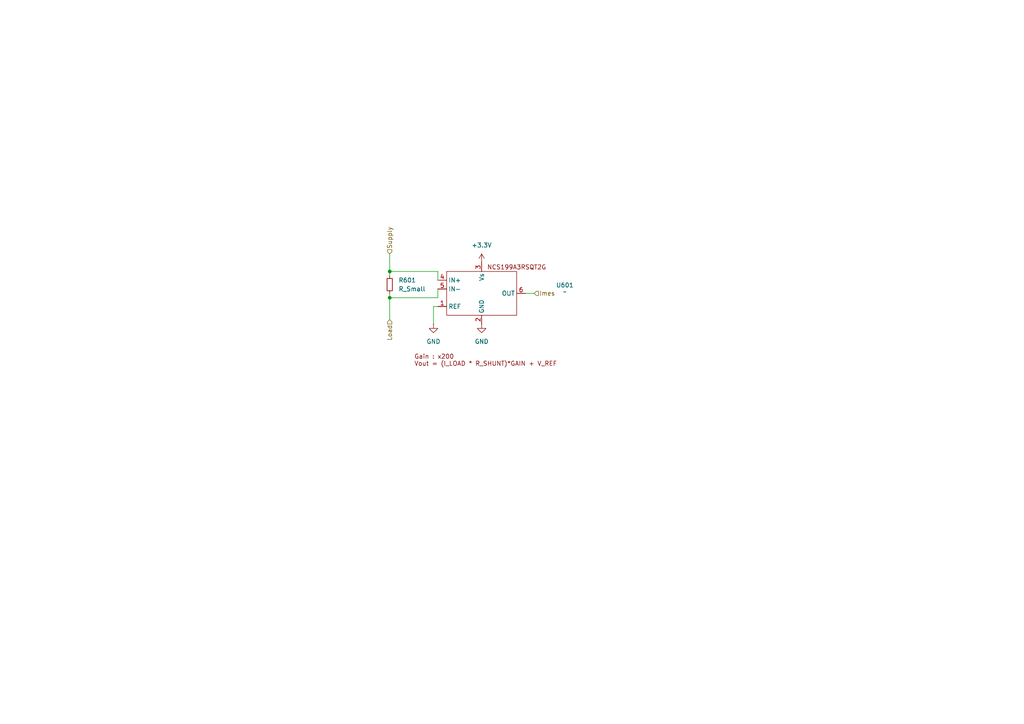
<source format=kicad_sch>
(kicad_sch (version 20231120) (generator "eeschema") (generator_version "8.0")
  (paper "A4")
  (lib_symbols
    (symbol "Device:R_Small" (pin_numbers hide) (pin_names (offset 0.254) hide)
      (property "Reference" "R" (at 0.762 0.508 0))
      (property "Value" "R_Small" (at 0.762 -1.016 0))
      (symbol "R_Small_0_1"
        (rectangle (start -0.762 1.778) (end 0.762 -1.778) (stroke (width 0.2032)))
      )
      (symbol "R_Small_1_1"
        (pin passive line (at 0 2.54 270) (length 0.762) (name "~") (number "1"))
        (pin passive line (at 0 -2.54 90) (length 0.762) (name "~") (number "2"))
      )
    )
    (symbol "NCS199A3RSQT2G:NCS199A3RSQT2G"
      (property "Reference" "U" (at -9.652 7.62 0))
      (symbol "NCS199A3RSQT2G_1_1"
        (rectangle (start -10.16 6.35) (end 10.16 -6.35))
        (text "Gain : x200\nVout = (I_LOAD * R_SHUNT)*GAIN + V_REF" (at -19.558 -19.304 0) (effects (font (size 1.27 1.27)) (justify left)))
        (text "NCS199A3RSQT2G" (at 10.16 7.62 0) (effects (font (size 1.27 1.27))))
        (pin input line (at -12.7 -3.81 0) (length 2.54) (name "REF") (number "1"))
        (pin power_in line (at 0 -8.89 90) (length 2.54) (name "GND") (number "2"))
        (pin power_in line (at 0 8.89 270) (length 2.54) (name "Vs") (number "3"))
        (pin input line (at -12.7 3.81 0) (length 2.54) (name "IN+") (number "4"))
        (pin input line (at -12.7 1.27 0) (length 2.54) (name "IN-") (number "5"))
        (pin output line (at 12.7 0 180) (length 2.54) (name "OUT") (number "6"))
      )
    )
    (symbol "power:+3.3V" (power) (pin_numbers hide) (pin_names (offset 0) hide)
      (property "Value" "+3.3V" (at 0 3.556 0))
      (symbol "+3.3V_0_1"
        (polyline (pts (xy -0.762 1.27) (xy 0 2.54)))
        (polyline (pts (xy 0 0) (xy 0 2.54)))
        (polyline (pts (xy 0 2.54) (xy 0.762 1.27)))
      )
      (symbol "+3.3V_1_1"
        (pin power_in line (at 0 0 90) (length 0) (name "~") (number "1"))
      )
    )
    (symbol "power:GND" (power) (pin_numbers hide) (pin_names (offset 0) hide)
      (property "Value" "GND" (at 0 -3.81 0))
      (symbol "GND_0_1"
        (polyline (pts (xy 0 0) (xy 0 -1.27) (xy 1.27 -1.27) (xy 0 -2.54) (xy -1.27 -1.27) (xy 0 -1.27)))
      )
      (symbol "GND_1_1"
        (pin power_in line (at 0 0 270) (length 0) (name "~") (number "1"))
      )
    )
  )
  (junction (at 113.03 78.74))
  (junction (at 113.03 86.36))
  (wire (pts (xy 113.03 78.74) (xy 113.03 80.01)))
  (wire (pts (xy 154.94 85.09) (xy 152.4 85.09)))
  (wire (pts (xy 127 86.36) (xy 113.03 86.36)))
  (wire (pts (xy 113.03 86.36) (xy 113.03 92.71)))
  (wire (pts (xy 127 81.28) (xy 127 78.74)))
  (wire (pts (xy 113.03 85.09) (xy 113.03 86.36)))
  (wire (pts (xy 113.03 73.66) (xy 113.03 78.74)))
  (wire (pts (xy 127 88.9) (xy 125.73 88.9)))
  (wire (pts (xy 127 83.82) (xy 127 86.36)))
  (wire (pts (xy 125.73 88.9) (xy 125.73 93.98)))
  (wire (pts (xy 113.03 78.74) (xy 127 78.74)))
  (hierarchical_label "Load" (shape input) (at 113.03 92.71 270))
  (hierarchical_label "Imes" (shape input) (at 154.94 85.09 0))
  (hierarchical_label "Supply" (shape input) (at 113.03 73.66 90))
  (symbol (lib_id "power:GND") (at 125.73 93.98 0) (unit 1)
    (property "Reference" "#PWR0601" (effects (hide yes)))
    (property "Value" "GND" (at 125.73 99.06 0))
    (property "Description" "Power symbol creates a global label with name \"GND\" , ground" (effects (hide yes)))
  )
  (symbol (lib_id "NCS199A3RSQT2G:NCS199A3RSQT2G") (at 139.7 85.09 0) (unit 1)
    (property "Reference" "U601" (at 163.83 82.712 0))
    (property "Value" "~" (at 163.83 84.6171 0))
  )
  (symbol (lib_id "power:GND") (at 139.7 93.98 0) (unit 1)
    (property "Reference" "#PWR0603" (effects (hide yes)))
    (property "Value" "GND" (at 139.7 99.06 0))
    (property "Description" "Power symbol creates a global label with name \"GND\" , ground" (effects (hide yes)))
  )
  (symbol (lib_id "power:+3.3V") (at 139.7 76.2 0) (unit 1)
    (property "Reference" "#PWR0602" (effects (hide yes)))
    (property "Value" "+3.3V" (at 139.7 71.12 0))
    (property "Description" "Power symbol creates a global label with name \"+3.3V\"" (effects (hide yes)))
  )
  (symbol (lib_id "Device:R_Small") (at 113.03 82.55 0) (unit 1)
    (property "Reference" "R601" (at 115.57 81.2799 0) (effects (justify left)))
    (property "Value" "R_Small" (at 115.57 83.8199 0) (effects (justify left)))
    (property "Footprint" "Resistor_SMD:R_0402_1005Metric" (effects (hide yes)))
    (property "Description" "Resistor, small symbol" (effects (hide yes)))
  )
)
</source>
